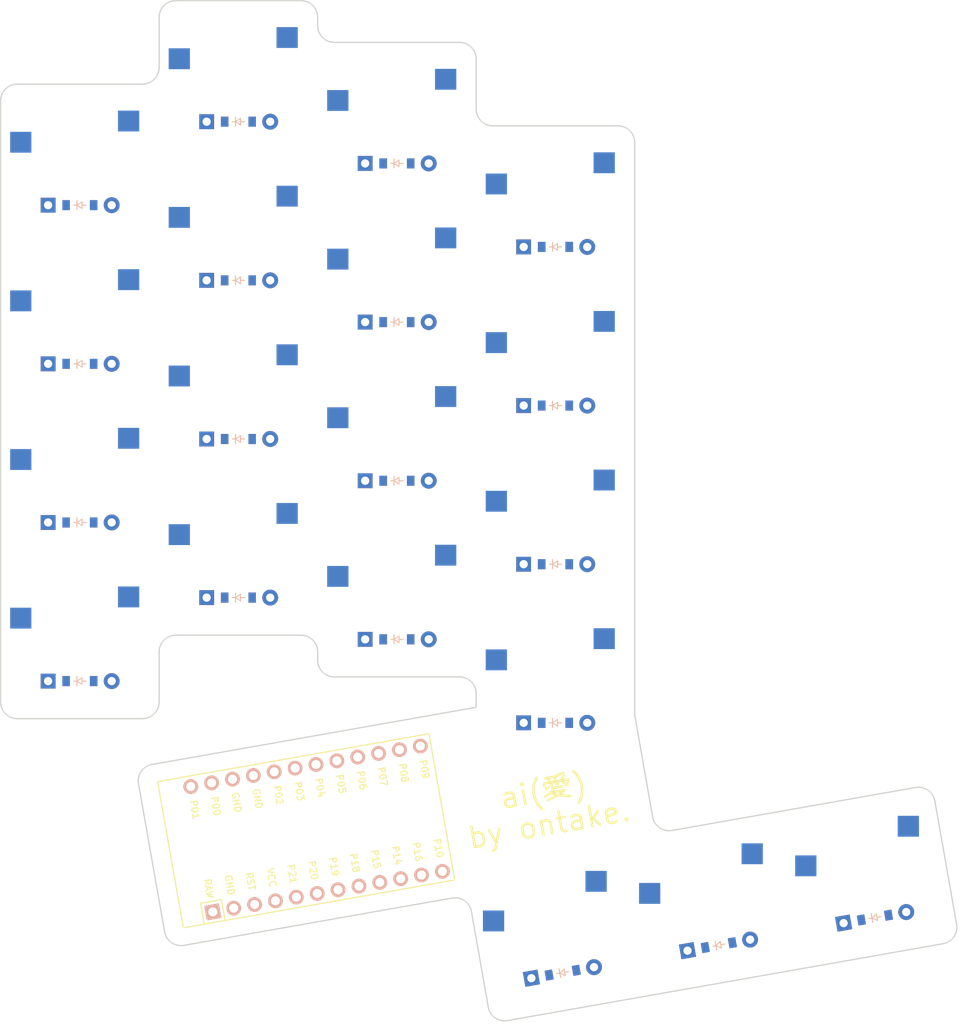
<source format=kicad_pcb>
(kicad_pcb (version 20211014) (generator pcbnew)
  (title_block (title "macropad") (rev "v1.0.0") (company "Unknown"))
  (layers (0 "F.Cu" signal) (31 "B.Cu" signal) (34 "B.Paste" user) (35 "F.Paste" user) (36 "B.SilkS" user "B.Silkscreen") (37 "F.SilkS" user "F.Silkscreen") (38 "B.Mask" user) (39 "F.Mask" user) (44 "Edge.Cuts" user))
  (net 0 "")
  (net 1 "c1_r1")
  (net 2 "P20")
  (net 3 "P6")
  (net 4 "c1_r2")
  (net 5 "P5")
  (net 6 "c1_r3")
  (net 7 "P4")
  (net 8 "c1_r4")
  (net 9 "P3")
  (net 10 "c2_r1")
  (net 11 "P19")
  (net 12 "c2_r2")
  (net 13 "c2_r3")
  (net 14 "c2_r4")
  (net 15 "c3_r1")
  (net 16 "P18")
  (net 17 "c3_r2")
  (net 18 "c3_r3")
  (net 19 "c3_r4")
  (net 20 "c4_r1")
  (net 21 "P15")
  (net 22 "c4_r2")
  (net 23 "c4_r3")
  (net 24 "c4_r4")
  (net 25 "c5_r5")
  (net 26 "P2")
  (net 27 "c6_r5")
  (net 28 "c7_r5")
  (net 29 "RAW")
  (net 30 "GND")
  (net 31 "RST")
  (net 32 "VCC")
  (net 33 "P21")
  (net 34 "P14")
  (net 35 "P16")
  (net 36 "P10")
  (net 37 "P1")
  (net 38 "P0")
  (net 39 "P7")
  (net 40 "P8")
  (net 41 "P9")
  (footprint "ProMicro" (layer "F.Cu") (at 99.50825 152.81 10)
    (fp_text reference "MCU1" hide)
    (fp_text value "" hide)
    (fp_text user "P14" (at 8.89 4.8 100) (layer "F.SilkS") (effects (font (size 0.8 0.8))))
    (fp_text user "P02" (at -3.81 -4.8 100) (layer "F.SilkS") (effects (font (size 0.8 0.8))))
    (fp_text user "P06" (at 6.35 -4.8 100) (layer "F.SilkS") (effects (font (size 0.8 0.8))))
    (fp_text user "GND" (at -8.89 -4.8 100) (layer "F.SilkS") (effects (font (size 0.8 0.8))))
    (fp_text user "P16" (at 11.43 4.8 100) (layer "F.SilkS") (effects (font (size 0.8 0.8))))
    (fp_text user "P00" (at -11.43 -4.8 100) (layer "F.SilkS") (effects (font (size 0.8 0.8))))
    (fp_text user "VCC" (at -6.35 4.8 100) (layer "F.SilkS") (effects (font (size 0.8 0.8))))
    (fp_text user "P08" (at 11.43 -4.8 100) (layer "F.SilkS") (effects (font (size 0.8 0.8))))
    (fp_text user "RST" (at -8.89 4.8 100) (layer "F.SilkS") (effects (font (size 0.8 0.8))))
    (fp_text user "RAW" (at -13.97 4.8 100) (layer "F.SilkS") (effects (font (size 0.8 0.8))))
    (fp_text user "P07" (at 8.89 -4.8 100) (layer "F.SilkS") (effects (font (size 0.8 0.8))))
    (fp_text user "P21" (at -3.81 4.8 100) (layer "F.SilkS") (effects (font (size 0.8 0.8))))
    (fp_text user "GND" (at -11.43 4.8 100) (layer "F.SilkS") (effects (font (size 0.8 0.8))))
    (fp_text user "P15" (at 6.35 4.8 100) (layer "F.SilkS") (effects (font (size 0.8 0.8))))
    (fp_text user "P20" (at -1.27 4.8 100) (layer "F.SilkS") (effects (font (size 0.8 0.8))))
    (fp_text user "P19" (at 1.27 4.8 100) (layer "F.SilkS") (effects (font (size 0.8 0.8))))
    (fp_text user "P03" (at -1.27 -4.8 100) (layer "F.SilkS") (effects (font (size 0.8 0.8))))
    (fp_text user "P04" (at 1.27 -4.8 100) (layer "F.SilkS") (effects (font (size 0.8 0.8))))
    (fp_text user "GND" (at -6.35 -4.8 100) (layer "F.SilkS") (effects (font (size 0.8 0.8))))
    (fp_text user "P09" (at 13.97 -4.8 100) (layer "F.SilkS") (effects (font (size 0.8 0.8))))
    (fp_text user "P10" (at 13.97 4.8 100) (layer "F.SilkS") (effects (font (size 0.8 0.8))))
    (fp_text user "P18" (at 3.81 4.8 100) (layer "F.SilkS") (effects (font (size 0.8 0.8))))
    (fp_text user "P05" (at 3.81 -4.8 100) (layer "F.SilkS") (effects (font (size 0.8 0.8))))
    (fp_text user "P01" (at -13.97 -4.8 100) (layer "F.SilkS") (effects (font (size 0.8 0.8))))
    (pad "1" thru_hole rect locked (at -13.97 7.62 10) (size 1.7526 1.7526) (drill 1.0922) (layers *.Cu *.SilkS *.Mask) (net 29 "RAW"))
    (pad "2" thru_hole circle locked (at -11.43 7.62) (size 1.7526 1.7526) (drill 1.0922) (layers *.Cu *.SilkS *.Mask) (net 30 "GND"))
    (pad "3" thru_hole circle locked (at -8.89 7.62) (size 1.7526 1.7526) (drill 1.0922) (layers *.Cu *.SilkS *.Mask) (net 31 "RST"))
    (pad "4" thru_hole circle locked (at -6.35 7.62) (size 1.7526 1.7526) (drill 1.0922) (layers *.Cu *.SilkS *.Mask) (net 32 "VCC"))
    (pad "5" thru_hole circle locked (at -3.81 7.62) (size 1.7526 1.7526) (drill 1.0922) (layers *.Cu *.SilkS *.Mask) (net 33 "P21"))
    (pad "6" thru_hole circle locked (at -1.27 7.62) (size 1.7526 1.7526) (drill 1.0922) (layers *.Cu *.SilkS *.Mask) (net 2 "P20"))
    (pad "7" thru_hole circle locked (at 1.27 7.62) (size 1.7526 1.7526) (drill 1.0922) (layers *.Cu *.SilkS *.Mask) (net 11 "P19"))
    (pad "8" thru_hole circle locked (at 3.81 7.62) (size 1.7526 1.7526) (drill 1.0922) (layers *.Cu *.SilkS *.Mask) (net 16 "P18"))
    (pad "9" thru_hole circle locked (at 6.35 7.62) (size 1.7526 1.7526) (drill 1.0922) (layers *.Cu *.SilkS *.Mask) (net 21 "P15"))
    (pad "10" thru_hole circle locked (at 8.89 7.62) (size 1.7526 1.7526) (drill 1.0922) (layers *.Cu *.SilkS *.Mask) (net 34 "P14"))
    (pad "11" thru_hole circle locked (at 11.43 7.62) (size 1.7526 1.7526) (drill 1.0922) (layers *.Cu *.SilkS *.Mask) (net 35 "P16"))
    (pad "12" thru_hole circle locked (at 13.97 7.62) (size 1.7526 1.7526) (drill 1.0922) (layers *.Cu *.SilkS *.Mask) (net 36 "P10"))
    (pad "13" thru_hole circle locked (at -13.97 -7.62) (size 1.7526 1.7526) (drill 1.0922) (layers *.Cu *.SilkS *.Mask) (net 37 "P1"))
    (pad "14" thru_hole circle locked (at -11.43 -7.62) (size 1.7526 1.7526) (drill 1.0922) (layers *.Cu *.SilkS *.Mask) (net 38 "P0"))
    (pad "15" thru_hole circle locked (at -8.89 -7.62) (size 1.7526 1.7526) (drill 1.0922) (layers *.Cu *.SilkS *.Mask) (net 30 "GND"))
    (pad "16" thru_hole circle locked (at -6.35 -7.62) (size 1.7526 1.7526) (drill 1.0922) (layers *.Cu *.SilkS *.Mask) (net 30 "GND"))
    (pad "17" thru_hole circle locked (at -3.81 -7.62) (size 1.7526 1.7526) (drill 1.0922) (layers *.Cu *.SilkS *.Mask) (net 26 "P2"))
    (pad "18" thru_hole circle locked (at -1.27 -7.62) (size 1.7526 1.7526) (drill 1.0922) (layers *.Cu *.SilkS *.Mask) (net 9 "P3"))
    (pad "19" thru_hole circle locked (at 1.27 -7.62) (size 1.7526 1.7526) (drill 1.0922) (layers *.Cu *.SilkS *.Mask) (net 7 "P4"))
    (pad "20" thru_hole circle locked (at 3.81 -7.62) (size 1.7526 1.7526) (drill 1.0922) (layers *.Cu *.SilkS *.Mask) (net 5 "P5"))
    (pad "21" thru_hole circle locked (at 6.35 -7.62) (size 1.7526 1.7526) (drill 1.0922) (layers *.Cu *.SilkS *.Mask) (net 3 "P6"))
    (pad "22" thru_hole circle locked (at 8.89 -7.62) (size 1.7526 1.7526) (drill 1.0922) (layers *.Cu *.SilkS *.Mask) (net 39 "P7"))
    (pad "23" thru_hole circle locked (at 11.43 -7.62) (size 1.7526 1.7526) (drill 1.0922) (layers *.Cu *.SilkS *.Mask) (net 40 "P8"))
    (pad "24" thru_hole circle locked (at 13.97 -7.62) (size 1.7526 1.7526) (drill 1.0922) (layers *.Cu *.SilkS *.Mask) (net 41 "P9"))
  )
  (footprint "MX" (layer "F.Cu") (at 90.13825 82.1)
    (fp_text reference "S7" hide)
    (fp_text value "" hide)
    (pad "" np_thru_hole circle locked (at 5.08 0) (size 1.7018 1.7018) (drill 1.7018) (layers *.Cu *.Mask))
    (pad "" np_thru_hole circle locked (at -5.08 0) (size 1.7018 1.7018) (drill 1.7018) (layers *.Cu *.Mask))
    (pad "" np_thru_hole circle locked (at -3.81 -2.54) (size 3 3) (drill 3) (layers *.Cu *.Mask))
    (pad "" np_thru_hole circle locked (at 2.54 -5.08) (size 3 3) (drill 3) (layers *.Cu *.Mask))
    (pad "" np_thru_hole circle locked (at 0 0) (size 3.9878 3.9878) (drill 3.9878) (layers *.Cu *.Mask))
    (pad "1" smd rect locked (at -7.085 -2.54 180) (size 2.55 2.5) (layers "B.Cu" "B.Paste" "B.Mask") (net 13 "c2_r3"))
    (pad "2" smd rect locked (at 5.842 -5.08 180) (size 2.55 2.5) (layers "B.Cu" "B.Paste" "B.Mask") (net 11 "P19"))
  )
  (footprint "ComboDiode" (layer "F.Cu") (at 71.13825 135.1)
    (fp_text reference "D1" hide)
    (fp_text value "" hide)
    (pad "1" thru_hole circle locked (at 3.81 0) (size 1.905 1.905) (drill 0.9906) (layers *.Cu *.Mask) (net 1 "c1_r1"))
    (pad "1" smd rect locked (at -1.65 0) (size 0.9 1.2) (layers "F.Cu" "F.Paste" "F.Mask") (net 3 "P6"))
    (pad "1" smd rect locked (at -1.65 0) (size 0.9 1.2) (layers "B.Cu" "B.Paste" "B.Mask") (net 3 "P6"))
    (pad "2" smd rect locked (at 1.65 0) (size 0.9 1.2) (layers "B.Cu" "B.Paste" "B.Mask") (net 1 "c1_r1"))
    (pad "2" thru_hole rect locked (at -3.81 0) (size 1.778 1.778) (drill 0.9906) (layers *.Cu *.Mask) (net 3 "P6"))
    (pad "2" smd rect locked (at 1.65 0) (size 0.9 1.2) (layers "F.Cu" "F.Paste" "F.Mask") (net 1 "c1_r1"))
  )
  (footprint "MX" (layer "F.Cu") (at 71.13825 73.1)
    (fp_text reference "S4" hide)
    (fp_text value "" hide)
    (pad "" np_thru_hole circle locked (at -3.81 -2.54) (size 3 3) (drill 3) (layers *.Cu *.Mask))
    (pad "" np_thru_hole circle locked (at 0 0) (size 3.9878 3.9878) (drill 3.9878) (layers *.Cu *.Mask))
    (pad "" np_thru_hole circle locked (at -5.08 0) (size 1.7018 1.7018) (drill 1.7018) (layers *.Cu *.Mask))
    (pad "" np_thru_hole circle locked (at 5.08 0) (size 1.7018 1.7018) (drill 1.7018) (layers *.Cu *.Mask))
    (pad "" np_thru_hole circle locked (at 2.54 -5.08) (size 3 3) (drill 3) (layers *.Cu *.Mask))
    (pad "1" smd rect locked (at -7.085 -2.54 180) (size 2.55 2.5) (layers "B.Cu" "B.Paste" "B.Mask") (net 8 "c1_r4"))
    (pad "2" smd rect locked (at 5.842 -5.08 180) (size 2.55 2.5) (layers "B.Cu" "B.Paste" "B.Mask") (net 2 "P20"))
  )
  (footprint "MX" (layer "F.Cu") (at 71.13825 92.1)
    (fp_text reference "S3" hide)
    (fp_text value "" hide)
    (pad "" np_thru_hole circle locked (at 0 0) (size 3.9878 3.9878) (drill 3.9878) (layers *.Cu *.Mask))
    (pad "" np_thru_hole circle locked (at -3.81 -2.54) (size 3 3) (drill 3) (layers *.Cu *.Mask))
    (pad "" np_thru_hole circle locked (at -5.08 0) (size 1.7018 1.7018) (drill 1.7018) (layers *.Cu *.Mask))
    (pad "" np_thru_hole circle locked (at 2.54 -5.08) (size 3 3) (drill 3) (layers *.Cu *.Mask))
    (pad "" np_thru_hole circle locked (at 5.08 0) (size 1.7018 1.7018) (drill 1.7018) (layers *.Cu *.Mask))
    (pad "1" smd rect locked (at -7.085 -2.54 180) (size 2.55 2.5) (layers "B.Cu" "B.Paste" "B.Mask") (net 6 "c1_r3"))
    (pad "2" smd rect locked (at 5.842 -5.08 180) (size 2.55 2.5) (layers "B.Cu" "B.Paste" "B.Mask") (net 2 "P20"))
  )
  (footprint "MX" (layer "F.Cu") (at 90.13825 63.1)
    (fp_text reference "S8" hide)
    (fp_text value "" hide)
    (pad "" np_thru_hole circle locked (at -3.81 -2.54) (size 3 3) (drill 3) (layers *.Cu *.Mask))
    (pad "" np_thru_hole circle locked (at -5.08 0) (size 1.7018 1.7018) (drill 1.7018) (layers *.Cu *.Mask))
    (pad "" np_thru_hole circle locked (at 5.08 0) (size 1.7018 1.7018) (drill 1.7018) (layers *.Cu *.Mask))
    (pad "" np_thru_hole circle locked (at 0 0) (size 3.9878 3.9878) (drill 3.9878) (layers *.Cu *.Mask))
    (pad "" np_thru_hole circle locked (at 2.54 -5.08) (size 3 3) (drill 3) (layers *.Cu *.Mask))
    (pad "1" smd rect locked (at -7.085 -2.54 180) (size 2.55 2.5) (layers "B.Cu" "B.Paste" "B.Mask") (net 14 "c2_r4"))
    (pad "2" smd rect locked (at 5.842 -5.08 180) (size 2.55 2.5) (layers "B.Cu" "B.Paste" "B.Mask") (net 11 "P19"))
  )
  (footprint "ComboDiode" (layer "F.Cu") (at 128.13825 83.1)
    (fp_text reference "D16" hide)
    (fp_text value "" hide)
    (pad "1" smd rect locked (at -1.65 0) (size 0.9 1.2) (layers "F.Cu" "F.Paste" "F.Mask") (net 9 "P3"))
    (pad "1" thru_hole circle locked (at 3.81 0) (size 1.905 1.905) (drill 0.9906) (layers *.Cu *.Mask) (net 24 "c4_r4"))
    (pad "1" smd rect locked (at -1.65 0) (size 0.9 1.2) (layers "B.Cu" "B.Paste" "B.Mask") (net 9 "P3"))
    (pad "2" thru_hole rect locked (at -3.81 0) (size 1.778 1.778) (drill 0.9906) (layers *.Cu *.Mask) (net 9 "P3"))
    (pad "2" smd rect locked (at 1.65 0) (size 0.9 1.2) (layers "F.Cu" "F.Paste" "F.Mask") (net 24 "c4_r4"))
    (pad "2" smd rect locked (at 1.65 0) (size 0.9 1.2) (layers "B.Cu" "B.Paste" "B.Mask") (net 24 "c4_r4"))
  )
  (footprint "ComboDiode" (layer "F.Cu") (at 109.13825 111.1)
    (fp_text reference "D10" hide)
    (fp_text value "" hide)
    (pad "1" thru_hole circle locked (at 3.81 0) (size 1.905 1.905) (drill 0.9906) (layers *.Cu *.Mask) (net 17 "c3_r2"))
    (pad "1" smd rect locked (at -1.65 0) (size 0.9 1.2) (layers "B.Cu" "B.Paste" "B.Mask") (net 5 "P5"))
    (pad "1" smd rect locked (at -1.65 0) (size 0.9 1.2) (layers "F.Cu" "F.Paste" "F.Mask") (net 5 "P5"))
    (pad "2" thru_hole rect locked (at -3.81 0) (size 1.778 1.778) (drill 0.9906) (layers *.Cu *.Mask) (net 5 "P5"))
    (pad "2" smd rect locked (at 1.65 0) (size 0.9 1.2) (layers "B.Cu" "B.Paste" "B.Mask") (net 17 "c3_r2"))
    (pad "2" smd rect locked (at 1.65 0) (size 0.9 1.2) (layers "F.Cu" "F.Paste" "F.Mask") (net 17 "c3_r2"))
  )
  (footprint "ComboDiode" (layer "F.Cu") (at 90.13825 106.1)
    (fp_text reference "D6" hide)
    (fp_text value "" hide)
    (pad "1" smd rect locked (at -1.65 0) (size 0.9 1.2) (layers "B.Cu" "B.Paste" "B.Mask") (net 5 "P5"))
    (pad "1" smd rect locked (at -1.65 0) (size 0.9 1.2) (layers "F.Cu" "F.Paste" "F.Mask") (net 5 "P5"))
    (pad "1" thru_hole circle locked (at 3.81 0) (size 1.905 1.905) (drill 0.9906) (layers *.Cu *.Mask) (net 12 "c2_r2"))
    (pad "2" smd rect locked (at 1.65 0) (size 0.9 1.2) (layers "B.Cu" "B.Paste" "B.Mask") (net 12 "c2_r2"))
    (pad "2" thru_hole rect locked (at -3.81 0) (size 1.778 1.778) (drill 0.9906) (layers *.Cu *.Mask) (net 5 "P5"))
    (pad "2" smd rect locked (at 1.65 0) (size 0.9 1.2) (layers "F.Cu" "F.Paste" "F.Mask") (net 12 "c2_r2"))
  )
  (footprint "MX" (layer "F.Cu") (at 128.13825 135.1)
    (fp_text reference "S13" hide)
    (fp_text value "" hide)
    (pad "" np_thru_hole circle locked (at 5.08 0) (size 1.7018 1.7018) (drill 1.7018) (layers *.Cu *.Mask))
    (pad "" np_thru_hole circle locked (at -3.81 -2.54) (size 3 3) (drill 3) (layers *.Cu *.Mask))
    (pad "" np_thru_hole circle locked (at 2.54 -5.08) (size 3 3) (drill 3) (layers *.Cu *.Mask))
    (pad "" np_thru_hole circle locked (at 0 0) (size 3.9878 3.9878) (drill 3.9878) (layers *.Cu *.Mask))
    (pad "" np_thru_hole circle locked (at -5.08 0) (size 1.7018 1.7018) (drill 1.7018) (layers *.Cu *.Mask))
    (pad "1" smd rect locked (at -7.085 -2.54 180) (size 2.55 2.5) (layers "B.Cu" "B.Paste" "B.Mask") (net 20 "c4_r1"))
    (pad "2" smd rect locked (at 5.842 -5.08 180) (size 2.55 2.5) (layers "B.Cu" "B.Paste" "B.Mask") (net 21 "P15"))
  )
  (footprint "ComboDiode" (layer "F.Cu") (at 90.13825 68.1)
    (fp_text reference "D8" hide)
    (fp_text value "" hide)
    (pad "1" smd rect locked (at -1.65 0) (size 0.9 1.2) (layers "B.Cu" "B.Paste" "B.Mask") (net 9 "P3"))
    (pad "1" smd rect locked (at -1.65 0) (size 0.9 1.2) (layers "F.Cu" "F.Paste" "F.Mask") (net 9 "P3"))
    (pad "1" thru_hole circle locked (at 3.81 0) (size 1.905 1.905) (drill 0.9906) (layers *.Cu *.Mask) (net 14 "c2_r4"))
    (pad "2" smd rect locked (at 1.65 0) (size 0.9 1.2) (layers "B.Cu" "B.Paste" "B.Mask") (net 14 "c2_r4"))
    (pad "2" thru_hole rect locked (at -3.81 0) (size 1.778 1.778) (drill 0.9906) (layers *.Cu *.Mask) (net 9 "P3"))
    (pad "2" smd rect locked (at 1.65 0) (size 0.9 1.2) (layers "F.Cu" "F.Paste" "F.Mask") (net 14 "c2_r4"))
  )
  (footprint "MX" (layer "F.Cu") (at 90.13825 120.1)
    (fp_text reference "S5" hide)
    (fp_text value "" hide)
    (pad "" np_thru_hole circle locked (at 2.54 -5.08) (size 3 3) (drill 3) (layers *.Cu *.Mask))
    (pad "" np_thru_hole circle locked (at -3.81 -2.54) (size 3 3) (drill 3) (layers *.Cu *.Mask))
    (pad "" np_thru_hole circle locked (at 0 0) (size 3.9878 3.9878) (drill 3.9878) (layers *.Cu *.Mask))
    (pad "" np_thru_hole circle locked (at -5.08 0) (size 1.7018 1.7018) (drill 1.7018) (layers *.Cu *.Mask))
    (pad "" np_thru_hole circle locked (at 5.08 0) (size 1.7018 1.7018) (drill 1.7018) (layers *.Cu *.Mask))
    (pad "1" smd rect locked (at -7.085 -2.54 180) (size 2.55 2.5) (layers "B.Cu" "B.Paste" "B.Mask") (net 10 "c2_r1"))
    (pad "2" smd rect locked (at 5.842 -5.08 180) (size 2.55 2.5) (layers "B.Cu" "B.Paste" "B.Mask") (net 11 "P19"))
  )
  (footprint "ComboDiode" (layer "F.Cu") (at 90.13825 87.1)
    (fp_text reference "D7" hide)
    (fp_text value "" hide)
    (pad "1" smd rect locked (at -1.65 0) (size 0.9 1.2) (layers "F.Cu" "F.Paste" "F.Mask") (net 7 "P4"))
    (pad "1" thru_hole circle locked (at 3.81 0) (size 1.905 1.905) (drill 0.9906) (layers *.Cu *.Mask) (net 13 "c2_r3"))
    (pad "1" smd rect locked (at -1.65 0) (size 0.9 1.2) (layers "B.Cu" "B.Paste" "B.Mask") (net 7 "P4"))
    (pad "2" smd rect locked (at 1.65 0) (size 0.9 1.2) (layers "F.Cu" "F.Paste" "F.Mask") (net 13 "c2_r3"))
    (pad "2" thru_hole rect locked (at -3.81 0) (size 1.778 1.778) (drill 0.9906) (layers *.Cu *.Mask) (net 7 "P4"))
    (pad "2" smd rect locked (at 1.65 0) (size 0.9 1.2) (layers "B.Cu" "B.Paste" "B.Mask") (net 13 "c2_r3"))
  )
  (footprint "ComboDiode" (layer "F.Cu") (at 166.429186 163.425408 10)
    (fp_text reference "D19" hide)
    (fp_text value "" hide)
    (pad "1" thru_hole circle locked (at 3.81 0 10) (size 1.905 1.905) (drill 0.9906) (layers *.Cu *.Mask) (net 28 "c7_r5"))
    (pad "1" smd rect locked (at -1.65 0 10) (size 0.9 1.2) (layers "F.Cu" "F.Paste" "F.Mask") (net 26 "P2"))
    (pad "1" smd rect locked (at -1.65 0 10) (size 0.9 1.2) (layers "B.Cu" "B.Paste" "B.Mask") (net 26 "P2"))
    (pad "2" smd rect locked (at 1.65 0 10) (size 0.9 1.2) (layers "B.Cu" "B.Paste" "B.Mask") (net 28 "c7_r5"))
    (pad "2" smd rect locked (at 1.65 0 10) (size 0.9 1.2) (layers "F.Cu" "F.Paste" "F.Mask") (net 28 "c7_r5"))
    (pad "2" thru_hole rect locked (at -3.81 0 10) (size 1.778 1.778) (drill 0.9906) (layers *.Cu *.Mask) (net 26 "P2"))
  )
  (footprint "MX" (layer "F.Cu") (at 71.13825 111.1)
    (fp_text reference "S2" hide)
    (fp_text value "" hide)
    (pad "" np_thru_hole circle locked (at 5.08 0) (size 1.7018 1.7018) (drill 1.7018) (layers *.Cu *.Mask))
    (pad "" np_thru_hole circle locked (at 2.54 -5.08) (size 3 3) (drill 3) (layers *.Cu *.Mask))
    (pad "" np_thru_hole circle locked (at -5.08 0) (size 1.7018 1.7018) (drill 1.7018) (layers *.Cu *.Mask))
    (pad "" np_thru_hole circle locked (at 0 0) (size 3.9878 3.9878) (drill 3.9878) (layers *.Cu *.Mask))
    (pad "" np_thru_hole circle locked (at -3.81 -2.54) (size 3 3) (drill 3) (layers *.Cu *.Mask))
    (pad "1" smd rect locked (at -7.085 -2.54 180) (size 2.55 2.5) (layers "B.Cu" "B.Paste" "B.Mask") (net 4 "c1_r2"))
    (pad "2" smd rect locked (at 5.842 -5.08 180) (size 2.55 2.5) (layers "B.Cu" "B.Paste" "B.Mask") (net 2 "P20"))
  )
  (footprint "ComboDiode" (layer "F.Cu") (at 128.13825 102.1)
    (fp_text reference "D15" hide)
    (fp_text value "" hide)
    (pad "1" smd rect locked (at -1.65 0) (size 0.9 1.2) (layers "F.Cu" "F.Paste" "F.Mask") (net 7 "P4"))
    (pad "1" thru_hole circle locked (at 3.81 0) (size 1.905 1.905) (drill 0.9906) (layers *.Cu *.Mask) (net 23 "c4_r3"))
    (pad "1" smd rect locked (at -1.65 0) (size 0.9 1.2) (layers "B.Cu" "B.Paste" "B.Mask") (net 7 "P4"))
    (pad "2" smd rect locked (at 1.65 0) (size 0.9 1.2) (layers "F.Cu" "F.Paste" "F.Mask") (net 23 "c4_r3"))
    (pad "2" thru_hole rect locked (at -3.81 0) (size 1.778 1.778) (drill 0.9906) (layers *.Cu *.Mask) (net 7 "P4"))
    (pad "2" smd rect locked (at 1.65 0) (size 0.9 1.2) (layers "B.Cu" "B.Paste" "B.Mask") (net 23 "c4_r3"))
  )
  (footprint "MX" (layer "F.Cu") (at 109.13825 125.1)
    (fp_text reference "S9" hide)
    (fp_text value "" hide)
    (pad "" np_thru_hole circle locked (at -5.08 0) (size 1.7018 1.7018) (drill 1.7018) (layers *.Cu *.Mask))
    (pad "" np_thru_hole circle locked (at -3.81 -2.54) (size 3 3) (drill 3) (layers *.Cu *.Mask))
    (pad "" np_thru_hole circle locked (at 5.08 0) (size 1.7018 1.7018) (drill 1.7018) (layers *.Cu *.Mask))
    (pad "" np_thru_hole circle locked (at 0 0) (size 3.9878 3.9878) (drill 3.9878) (layers *.Cu *.Mask))
    (pad "" np_thru_hole circle locked (at 2.54 -5.08) (size 3 3) (drill 3) (layers *.Cu *.Mask))
    (pad "1" smd rect locked (at -7.085 -2.54 180) (size 2.55 2.5) (layers "B.Cu" "B.Paste" "B.Mask") (net 15 "c3_r1"))
    (pad "2" smd rect locked (at 5.842 -5.08 180) (size 2.55 2.5) (layers "B.Cu" "B.Paste" "B.Mask") (net 16 "P18"))
  )
  (footprint "MX" (layer "F.Cu") (at 128.13825 165.1 10)
    (fp_text reference "S17" hide)
    (fp_text value "" hide)
    (pad "" np_thru_hole circle locked (at 2.54 -5.08) (size 3 3) (drill 3) (layers *.Cu *.Mask))
    (pad "" np_thru_hole circle locked (at -3.81 -2.54) (size 3 3) (drill 3) (layers *.Cu *.Mask))
    (pad "" np_thru_hole circle locked (at 0 0) (size 3.9878 3.9878) (drill 3.9878) (layers *.Cu *.Mask))
    (pad "" np_thru_hole circle locked (at 5.08 0) (size 1.7018 1.7018) (drill 1.7018) (layers *.Cu *.Mask))
    (pad "" np_thru_hole circle locked (at -5.08 0) (size 1.7018 1.7018) (drill 1.7018) (layers *.Cu *.Mask))
    (pad "1" smd rect locked (at -7.085 -2.54 180) (size 2.55 2.5) (layers "B.Cu" "B.Paste" "B.Mask") (net 25 "c5_r5"))
    (pad "2" smd rect locked (at 5.842 -5.08 180) (size 2.55 2.5) (layers "B.Cu" "B.Paste" "B.Mask") (net 11 "P19"))
  )
  (footprint "ComboDiode" (layer "F.Cu") (at 128.13825 121.1)
    (fp_text reference "D14" hide)
    (fp_text value "" hide)
    (pad "1" smd rect locked (at -1.65 0) (size 0.9 1.2) (layers "B.Cu" "B.Paste" "B.Mask") (net 5 "P5"))
    (pad "1" thru_hole circle locked (at 3.81 0) (size 1.905 1.905) (drill 0.9906) (layers *.Cu *.Mask) (net 22 "c4_r2"))
    (pad "1" smd rect locked (at -1.65 0) (size 0.9 1.2) (layers "F.Cu" "F.Paste" "F.Mask") (net 5 "P5"))
    (pad "2" smd rect locked (at 1.65 0) (size 0.9 1.2) (layers "F.Cu" "F.Paste" "F.Mask") (net 22 "c4_r2"))
    (pad "2" smd rect locked (at 1.65 0) (size 0.9 1.2) (layers "B.Cu" "B.Paste" "B.Mask") (net 22 "c4_r2"))
    (pad "2" thru_hole rect locked (at -3.81 0) (size 1.778 1.778) (drill 0.9906) (layers *.Cu *.Mask) (net 5 "P5"))
  )
  (footprint "MX" (layer "F.Cu") (at 128.13825 116.1)
    (fp_text reference "S14" hide)
    (fp_text value "" hide)
    (pad "" np_thru_hole circle locked (at -3.81 -2.54) (size 3 3) (drill 3) (layers *.Cu *.Mask))
    (pad "" np_thru_hole circle locked (at -5.08 0) (size 1.7018 1.7018) (drill 1.7018) (layers *.Cu *.Mask))
    (pad "" np_thru_hole circle locked (at 5.08 0) (size 1.7018 1.7018) (drill 1.7018) (layers *.Cu *.Mask))
    (pad "" np_thru_hole circle locked (at 2.54 -5.08) (size 3 3) (drill 3) (layers *.Cu *.Mask))
    (pad "" np_thru_hole circle locked (at 0 0) (size 3.9878 3.9878) (drill 3.9878) (layers *.Cu *.Mask))
    (pad "1" smd rect locked (at -7.085 -2.54 180) (size 2.55 2.5) (layers "B.Cu" "B.Paste" "B.Mask") (net 22 "c4_r2"))
    (pad "2" smd rect locked (at 5.842 -5.08 180) (size 2.55 2.5) (layers "B.Cu" "B.Paste" "B.Mask") (net 21 "P15"))
  )
  (footprint "ComboDiode" (layer "F.Cu") (at 71.13825 78.1)
    (fp_text reference "D4" hide)
    (fp_text value "" hide)
    (pad "1" smd rect locked (at -1.65 0) (size 0.9 1.2) (layers "B.Cu" "B.Paste" "B.Mask") (net 9 "P3"))
    (pad "1" thru_hole circle locked (at 3.81 0) (size 1.905 1.905) (drill 0.9906) (layers *.Cu *.Mask) (net 8 "c1_r4"))
    (pad "1" smd rect locked (at -1.65 0) (size 0.9 1.2) (layers "F.Cu" "F.Paste" "F.Mask") (net 9 "P3"))
    (pad "2" smd rect locked (at 1.65 0) (size 0.9 1.2) (layers "F.Cu" "F.Paste" "F.Mask") (net 8 "c1_r4"))
    (pad "2" smd rect locked (at 1.65 0) (size 0.9 1.2) (layers "B.Cu" "B.Paste" "B.Mask") (net 8 "c1_r4"))
    (pad "2" thru_hole rect locked (at -3.81 0) (size 1.778 1.778) (drill 0.9906) (layers *.Cu *.Mask) (net 9 "P3"))
  )
  (footprint "ComboDiode" (layer "F.Cu") (at 90.13825 125.1)
    (fp_text reference "D5" hide)
    (fp_text value "" hide)
    (pad "1" smd rect locked (at -1.65 0) (size 0.9 1.2) (layers "B.Cu" "B.Paste" "B.Mask") (net 3 "P6"))
    (pad "1" thru_hole circle locked (at 3.81 0) (size 1.905 1.905) (drill 0.9906) (layers *.Cu *.Mask) (net 10 "c2_r1"))
    (pad "1" smd rect locked (at -1.65 0) (size 0.9 1.2) (layers "F.Cu" "F.Paste" "F.Mask") (net 3 "P6"))
    (pad "2" thru_hole rect locked (at -3.81 0) (size 1.778 1.778) (drill 0.9906) (layers *.Cu *.Mask) (net 3 "P6"))
    (pad "2" smd rect locked (at 1.65 0) (size 0.9 1.2) (layers "B.Cu" "B.Paste" "B.Mask") (net 10 "c2_r1"))
    (pad "2" smd rect locked (at 1.65 0) (size 0.9 1.2) (layers "F.Cu" "F.Paste" "F.Mask") (net 10 "c2_r1"))
  )
  (footprint "ComboDiode" (layer "F.Cu") (at 109.13825 73.1)
    (fp_text reference "D12" hide)
    (fp_text value "" hide)
    (pad "1" smd rect locked (at -1.65 0) (size 0.9 1.2) (layers "F.Cu" "F.Paste" "F.Mask") (net 9 "P3"))
    (pad "1" smd rect locked (at -1.65 0) (size 0.9 1.2) (layers "B.Cu" "B.Paste" "B.Mask") (net 9 "P3"))
    (pad "1" thru_hole circle locked (at 3.81 0) (size 1.905 1.905) (drill 0.9906) (layers *.Cu *.Mask) (net 19 "c3_r4"))
    (pad "2" smd rect locked (at 1.65 0) (size 0.9 1.2) (layers "F.Cu" "F.Paste" "F.Mask") (net 19 "c3_r4"))
    (pad "2" smd rect locked (at 1.65 0) (size 0.9 1.2) (layers "B.Cu" "B.Paste" "B.Mask") (net 19 "c3_r4"))
    (pad "2" thru_hole rect locked (at -3.81 0) (size 1.778 1.778) (drill 0.9906) (layers *.Cu *.Mask) (net 9 "P3"))
  )
  (footprint "MX" (layer "F.Cu") (at 71.13825 130.1)
    (fp_text reference "S1" hide)
    (fp_text value "" hide)
    (pad "" np_thru_hole circle locked (at -5.08 0) (size 1.7018 1.7018) (drill 1.7018) (layers *.Cu *.Mask))
    (pad "" np_thru_hole circle locked (at 5.08 0) (size 1.7018 1.7018) (drill 1.7018) (layers *.Cu *.Mask))
    (pad "" np_thru_hole circle locked (at 0 0) (size 3.9878 3.9878) (drill 3.9878) (layers *.Cu *.Mask))
    (pad "" np_thru_hole circle locked (at -3.81 -2.54) (size 3 3) (drill 3) (layers *.Cu *.Mask))
    (pad "" np_thru_hole circle locked (at 2.54 -5.08) (size 3 3) (drill 3) (layers *.Cu *.Mask))
    (pad "1" smd rect locked (at -7.085 -2.54 180) (size 2.55 2.5) (layers "B.Cu" "B.Paste" "B.Mask") (net 1 "c1_r1"))
    (pad "2" smd rect locked (at 5.842 -5.08 180) (size 2.55 2.5) (layers "B.Cu" "B.Paste" "B.Mask") (net 2 "P20"))
  )
  (footprint "MX" (layer "F.Cu") (at 109.13825 68.1)
    (fp_text reference "S12" hide)
    (fp_text value "" hide)
    (pad "" np_thru_hole circle locked (at -5.08 0) (size 1.7018 1.7018) (drill 1.7018) (layers *.Cu *.Mask))
    (pad "" np_thru_hole circle locked (at 2.54 -5.08) (size 3 3) (drill 3) (layers *.Cu *.Mask))
    (pad "" np_thru_hole circle locked (at 5.08 0) (size 1.7018 1.7018) (drill 1.7018) (layers *.Cu *.Mask))
    (pad "" np_thru_hole circle locked (at -3.81 -2.54) (size 3 3) (drill 3) (layers *.Cu *.Mask))
    (pad "" np_thru_hole circle locked (at 0 0) (size 3.9878 3.9878) (drill 3.9878) (layers *.Cu *.Mask))
    (pad "1" smd rect locked (at -7.085 -2.54 180) (size 2.55 2.5) (layers "B.Cu" "B.Paste" "B.Mask") (net 19 "c3_r4"))
    (pad "2" smd rect locked (at 5.842 -5.08 180) (size 2.55 2.5) (layers "B.Cu" "B.Paste" "B.Mask") (net 16 "P18"))
  )
  (footprint "MX" (layer "F.Cu") (at 165.560945 158.501369 10)
    (fp_text reference "S19" hide)
    (fp_text value "" hide)
    (pad "" np_thru_hole circle locked (at -5.08 0) (size 1.7018 1.7018) (drill 1.7018) (layers *.Cu *.Mask))
    (pad "" np_thru_hole circle locked (at -3.81 -2.54) (size 3 3) (drill 3) (layers *.Cu *.Mask))
    (pad "" np_thru_hole circle locked (at 2.54 -5.08) (size 3 3) (drill 3) (layers *.Cu *.Mask))
    (pad "" np_thru_hole circle locked (at 0 0) (size 3.9878 3.9878) (drill 3.9878) (layers *.Cu *.Mask))
    (pad "" np_thru_hole circle locked (at 5.08 0) (size 1.7018 1.7018) (drill 1.7018) (layers *.Cu *.Mask))
    (pad "1" smd rect locked (at -7.085 -2.54 180) (size 2.55 2.5) (layers "B.Cu" "B.Paste" "B.Mask") (net 28 "c7_r5"))
    (pad "2" smd rect locked (at 5.842 -5.08 180) (size 2.55 2.5) (layers "B.Cu" "B.Paste" "B.Mask") (net 21 "P15"))
  )
  (footprint "ComboDiode" (layer "F.Cu") (at 129.006491 170.024039 10)
    (fp_text reference "D17" hide)
    (fp_text value "" hide)
    (pad "1" smd rect locked (at -1.65 0 10) (size 0.9 1.2) (layers "F.Cu" "F.Paste" "F.Mask") (net 26 "P2"))
    (pad "1" thru_hole circle locked (at 3.81 0 10) (size 1.905 1.905) (drill 0.9906) (layers *.Cu *.Mask) (net 25 "c5_r5"))
    (pad "1" smd rect locked (at -1.65 0 10) (size 0.9 1.2) (layers "B.Cu" "B.Paste" "B.Mask") (net 26 "P2"))
    (pad "2" smd rect locked (at 1.65 0 10) (size 0.9 1.2) (layers "B.Cu" "B.Paste" "B.Mask") (net 25 "c5_r5"))
    (pad "2" thru_hole rect locked (at -3.81 0 10) (size 1.778 1.778) (drill 0.9906) (layers *.Cu *.Mask) (net 26 "P2"))
    (pad "2" smd rect locked (at 1.65 0 10) (size 0.9 1.2) (layers "F.Cu" "F.Paste" "F.Mask") (net 25 "c5_r5"))
  )
  (footprint "MX" (layer "F.Cu") (at 90.13825 101.1)
    (fp_text reference "S6" hide)
    (fp_text value "" hide)
    (pad "" np_thru_hole circle locked (at -3.81 -2.54) (size 3 3) (drill 3) (layers *.Cu *.Mask))
    (pad "" np_thru_hole circle locked (at 2.54 -5.08) (size 3 3) (drill 3) (layers *.Cu *.Mask))
    (pad "" np_thru_hole circle locked (at 5.08 0) (size 1.7018 1.7018) (drill 1.7018) (layers *.Cu *.Mask))
    (pad "" np_thru_hole circle locked (at 0 0) (size 3.9878 3.9878) (drill 3.9878) (layers *.Cu *.Mask))
    (pad "" np_thru_hole circle locked (at -5.08 0) (size 1.7018 1.7018) (drill 1.7018) (layers *.Cu *.Mask))
    (pad "1" smd rect locked (at -7.085 -2.54 180) (size 2.55 2.5) (layers "B.Cu" "B.Paste" "B.Mask") (net 12 "c2_r2"))
    (pad "2" smd rect locked (at 5.842 -5.08 180) (size 2.55 2.5) (layers "B.Cu" "B.Paste" "B.Mask") (net 11 "P19"))
  )
  (footprint "ComboDiode" (layer "F.Cu") (at 71.13825 97.1)
    (fp_text reference "D3" hide)
    (fp_text value "" hide)
    (pad "1" thru_hole circle locked (at 3.81 0) (size 1.905 1.905) (drill 0.9906) (layers *.Cu *.Mask) (net 6 "c1_r3"))
    (pad "1" smd rect locked (at -1.65 0) (size 0.9 1.2) (layers "B.Cu" "B.Paste" "B.Mask") (net 7 "P4"))
    (pad "1" smd rect locked (at -1.65 0) (size 0.9 1.2) (layers "F.Cu" "F.Paste" "F.Mask") (net 7 "P4"))
    (pad "2" smd rect locked (at 1.65 0) (size 0.9 1.2) (layers "F.Cu" "F.Paste" "F.Mask") (net 6 "c1_r3"))
    (pad "2" smd rect locked (at 1.65 0) (size 0.9 1.2) (layers "B.Cu" "B.Paste" "B.Mask") (net 6 "c1_r3"))
    (pad "2" thru_hole rect locked (at -3.81 0) (size 1.778 1.778) (drill 0.9906) (layers *.Cu *.Mask) (net 7 "P4"))
  )
  (footprint "MX" (layer "F.Cu") (at 128.13825 97.1)
    (fp_text reference "S15" hide)
    (fp_text value "" hide)
    (pad "" np_thru_hole circle locked (at 2.54 -5.08) (size 3 3) (drill 3) (layers *.Cu *.Mask))
    (pad "" np_thru_hole circle locked (at -3.81 -2.54) (size 3 3) (drill 3) (layers *.Cu *.Mask))
    (pad "" np_thru_hole circle locked (at -5.08 0) (size 1.7018 1.7018) (drill 1.7018) (layers *.Cu *.Mask))
    (pad "" np_thru_hole circle locked (at 5.08 0) (size 1.7018 1.7018) (drill 1.7018) (layers *.Cu *.Mask))
    (pad "" np_thru_hole circle locked (at 0 0) (size 3.9878 3.9878) (drill 3.9878) (layers *.Cu *.Mask))
    (pad "1" smd rect locked (at -7.085 -2.54 180) (size 2.55 2.5) (layers "B.Cu" "B.Paste" "B.Mask") (net 23 "c4_r3"))
    (pad "2" smd rect locked (at 5.842 -5.08 180) (size 2.55 2.5) (layers "B.Cu" "B.Paste" "B.Mask") (net 21 "P15"))
  )
  (footprint "ComboDiode" (layer "F.Cu") (at 128.13825 140.1)
    (fp_text reference "D13" hide)
    (fp_text value "" hide)
    (pad "1" thru_hole circle locked (at 3.81 0) (size 1.905 1.905) (drill 0.9906) (layers *.Cu *.Mask) (net 20 "c4_r1"))
    (pad "1" smd rect locked (at -1.65 0) (size 0.9 1.2) (layers "F.Cu" "F.Paste" "F.Mask") (net 3 "P6"))
    (pad "1" smd rect locked (at -1.65 0) (size 0.9 1.2) (layers "B.Cu" "B.Paste" "B.Mask") (net 3 "P6"))
    (pad "2" smd rect locked (at 1.65 0) (size 0.9 1.2) (layers "B.Cu" "B.Paste" "B.Mask") (net 20 "c4_r1"))
    (pad "2" thru_hole rect locked (at -3.81 0) (size 1.778 1.778) (drill 0.9906) (layers *.Cu *.Mask) (net 3 "P6"))
    (pad "2" smd rect locked (at 1.65 0) (size 0.9 1.2) (layers "F.Cu" "F.Paste" "F.Mask") (net 20 "c4_r1"))
  )
  (footprint "MX" (layer "F.Cu") (at 128.13825 78.1)
    (fp_text reference "S16" hide)
    (fp_text value "" hide)
    (pad "" np_thru_hole circle locked (at -3.81 -2.54) (size 3 3) (drill 3) (layers *.Cu *.Mask))
    (pad "" np_thru_hole circle locked (at 5.08 0) (size 1.7018 1.7018) (drill 1.7018) (layers *.Cu *.Mask))
    (pad "" np_thru_hole circle locked (at 0 0) (size 3.9878 3.9878) (drill 3.9878) (layers *.Cu *.Mask))
    (pad "" np_thru_hole circle locked (at 2.54 -5.08) (size 3 3) (drill 3) (layers *.Cu *.Mask))
    (pad "" np_thru_hole circle locked (at -5.08 0) (size 1.7018 1.7018) (drill 1.7018) (layers *.Cu *.Mask))
    (pad "1" smd rect locked (at -7.085 -2.54 180) (size 2.55 2.5) (layers "B.Cu" "B.Paste" "B.Mask") (net 24 "c4_r4"))
    (pad "2" smd rect locked (at 5.842 -5.08 180) (size 2.55 2.5) (layers "B.Cu" "B.Paste" "B.Mask") (net 21 "P15"))
  )
  (footprint "ComboDiode" (layer "F.Cu") (at 109.13825 92.1)
    (fp_text reference "D11" hide)
    (fp_text value "" hide)
    (pad "1" thru_hole circle locked (at 3.81 0) (size 1.905 1.905) (drill 0.9906) (layers *.Cu *.Mask) (net 18 "c3_r3"))
    (pad "1" smd rect locked (at -1.65 0) (size 0.9 1.2) (layers "F.Cu" "F.Paste" "F.Mask") (net 7 "P4"))
    (pad "1" smd rect locked (at -1.65 0) (size 0.9 1.2) (layers "B.Cu" "B.Paste" "B.Mask") (net 7 "P4"))
    (pad "2" thru_hole rect locked (at -3.81 0) (size 1.778 1.778) (drill 0.9906) (layers *.Cu *.Mask) (net 7 "P4"))
    (pad "2" smd rect locked (at 1.65 0) (size 0.9 1.2) (layers "F.Cu" "F.Paste" "F.Mask") (net 18 "c3_r3"))
    (pad "2" smd rect locked (at 1.65 0) (size 0.9 1.2) (layers "B.Cu" "B.Paste" "B.Mask") (net 18 "c3_r3"))
  )
  (footprint "ComboDiode" (layer "F.Cu") (at 71.13825 116.1)
    (fp_text reference "D2" hide)
    (fp_text value "" hide)
    (pad "1" thru_hole circle locked (at 3.81 0) (size 1.905 1.905) (drill 0.9906) (layers *.Cu *.Mask) (net 4 "c1_r2"))
    (pad "1" smd rect locked (at -1.65 0) (size 0.9 1.2) (layers "F.Cu" "F.Paste" "F.Mask") (net 5 "P5"))
    (pad "1" smd rect locked (at -1.65 0) (size 0.9 1.2) (layers "B.Cu" "B.Paste" "B.Mask") (net 5 "P5"))
    (pad "2" smd rect locked (at 1.65 0) (size 0.9 1.2) (layers "F.Cu" "F.Paste" "F.Mask") (net 4 "c1_r2"))
    (pad "2" thru_hole rect locked (at -3.81 0) (size 1.778 1.778) (drill 0.9906) (layers *.Cu *.Mask) (net 5 "P5"))
    (pad "2" smd rect locked (at 1.65 0) (size 0.9 1.2) (layers "B.Cu" "B.Paste" "B.Mask") (net 4 "c1_r2"))
  )
  (footprint "MX" (layer "F.Cu") (at 146.849597 161.800685 10)
    (fp_text reference "S18" hide)
    (fp_text value "" hide)
    (pad "" np_thru_hole circle locked (at 5.08 0) (size 1.7018 1.7018) (drill 1.7018) (layers *.Cu *.Mask))
    (pad "" np_thru_hole circle locked (at 2.54 -5.08) (size 3 3) (drill 3) (layers *.Cu *.Mask))
    (pad "" np_thru_hole circle locked (at -5.08 0) (size 1.7018 1.7018) (drill 1.7018) (layers *.Cu *.Mask))
    (pad "" np_thru_hole circle locked (at -3.81 -2.54) (size 3 3) (drill 3) (layers *.Cu *.Mask))
    (pad "" np_thru_hole circle locked (at 0 0) (size 3.9878 3.9878) (drill 3.9878) (layers *.Cu *.Mask))
    (pad "1" smd rect locked (at -7.085 -2.54 180) (size 2.55 2.5) (layers "B.Cu" "B.Paste" "B.Mask") (net 27 "c6_r5"))
    (pad "2" smd rect locked (at 5.842 -5.08 180) (size 2.55 2.5) (layers "B.Cu" "B.Paste" "B.Mask") (net 16 "P18"))
  )
  (footprint "ComboDiode" (layer "F.Cu") (at 109.13825 130.1)
    (fp_text reference "D9" hide)
    (fp_text value "" hide)
    (pad "1" smd rect locked (at -1.65 0) (size 0.9 1.2) (layers "B.Cu" "B.Paste" "B.Mask") (net 3 "P6"))
    (pad "1" thru_hole circle locked (at 3.81 0) (size 1.905 1.905) (drill 0.9906) (layers *.Cu *.Mask) (net 15 "c3_r1"))
    (pad "1" smd rect locked (at -1.65 0) (size 0.9 1.2) (layers "F.Cu" "F.Paste" "F.Mask") (net 3 "P6"))
    (pad "2" smd rect locked (at 1.65 0) (size 0.9 1.2) (layers "F.Cu" "F.Paste" "F.Mask") (net 15 "c3_r1"))
    (pad "2" thru_hole rect locked (at -3.81 0) (size 1.778 1.778) (drill 0.9906) (layers *.Cu *.Mask) (net 3 "P6"))
    (pad "2" smd rect locked (at 1.65 0) (size 0.9 1.2) (layers "B.Cu" "B.Paste" "B.Mask") (net 15 "c3_r1"))
  )
  (footprint "MX" (layer "F.Cu") (at 109.13825 106.1)
    (fp_text reference "S10" hide)
    (fp_text value "" hide)
    (pad "" np_thru_hole circle locked (at -5.08 0) (size 1.7018 1.7018) (drill 1.7018) (layers *.Cu *.Mask))
    (pad "" np_thru_hole circle locked (at 5.08 0) (size 1.7018 1.7018) (drill 1.7018) (layers *.Cu *.Mask))
    (pad "" np_thru_hole circle locked (at 0 0) (size 3.9878 3.9878) (drill 3.9878) (layers *.Cu *.Mask))
    (pad "" np_thru_hole circle locked (at -3.81 -2.54) (size 3 3) (drill 3) (layers *.Cu *.Mask))
    (pad "" np_thru_hole circle locked (at 2.54 -5.08) (size 3 3) (drill 3) (layers *.Cu *.Mask))
    (pad "1" smd rect locked (at -7.085 -2.54 180) (size 2.55 2.5) (layers "B.Cu" "B.Paste" "B.Mask") (net 17 "c3_r2"))
    (pad "2" smd rect locked (at 5.842 -5.08 180) (size 2.55 2.5) (layers "B.Cu" "B.Paste" "B.Mask") (net 16 "P18"))
  )
  (footprint "ComboDiode" (layer "F.Cu") (at 147.717838 166.724723 10)
    (fp_text reference "D18" hide)
    (fp_text value "" hide)
    (pad "1" thru_hole circle locked (at 3.81 0 10) (size 1.905 1.905) (drill 0.9906) (layers *.Cu *.Mask) (net 27 "c6_r5"))
    (pad "1" smd rect locked (at -1.65 0 10) (size 0.9 1.2) (layers "B.Cu" "B.Paste" "B.Mask") (net 26 "P2"))
    (pad "1" smd rect locked (at -1.65 0 10) (size 0.9 1.2) (layers "F.Cu" "F.Paste" "F.Mask") (net 26 "P2"))
    (pad "2" thru_hole rect locked (at -3.81 0 10) (size 1.778 1.778) (drill 0.9906) (layers *.Cu *.Mask) (net 26 "P2"))
    (pad "2" smd rect locked (at 1.65 0 10) (size 0.9 1.2) (layers "F.Cu" "F.Paste" "F.Mask") (net 27 "c6_r5"))
    (pad "2" smd rect locked (at 1.65 0 10) (size 0.9 1.2) (layers "B.Cu" "B.Paste" "B.Mask") (net 27 "c6_r5"))
  )
  (footprint "MX" (layer "F.Cu") (at 109.13825 87.1)
    (fp_text reference "S11" hide)
    (fp_text value "" hide)
    (pad "" np_thru_hole circle locked (at 0 0) (size 3.9878 3.9878) (drill 3.9878) (layers *.Cu *.Mask))
    (pad "" np_thru_hole circle locked (at 5.08 0) (size 1.7018 1.7018) (drill 1.7018) (layers *.Cu *.Mask))
    (pad "" np_thru_hole circle locked (at -3.81 -2.54) (size 3 3) (drill 3) (layers *.Cu *.Mask))
    (pad "" np_thru_hole circle locked (at 2.54 -5.08) (size 3 3) (drill 3) (layers *.Cu *.Mask))
    (pad "" np_thru_hole circle locked (at -5.08 0) (size 1.7018 1.7018) (drill 1.7018) (layers *.Cu *.Mask))
    (pad "1" smd rect locked (at -7.085 -2.54 180) (size 2.55 2.5) (layers "B.Cu" "B.Paste" "B.Mask") (net 18 "c3_r3"))
    (pad "2" smd rect locked (at 5.842 -5.08 180) (size 2.55 2.5) (layers "B.Cu" "B.Paste" "B.Mask") (net 16 "P18"))
  )
  (gr_arc (start 142.106799 152.990415) (mid 140.61235 152.659103) (end 139.789888 151.368096) (layer "Edge.Cuts") (width 0.15))
  (gr_line (start 157.854929 169.506701) (end 174.59666 166.554682) (layer "Edge.Cuts") (width 0.15))
  (gr_line (start 139.789888 151.368096) (end 137.668634 139.337872) (layer "Edge.Cuts") (width 0.15))
  (gr_line (start 63.63825 139.6) (end 78.63825 139.6) (layer "Edge.Cuts") (width 0.15))
  (gr_arc (start 122.40185 175.758034) (mid 120.907401 175.426723) (end 120.084938 174.135716) (layer "Edge.Cuts") (width 0.15))
  (gr_line (start 118.63825 136.6) (end 118.63825 138.236516) (layer "Edge.Cuts") (width 0.15))
  (gr_arc (start 120.63825 68.6) (mid 119.224036 68.014214) (end 118.63825 66.6) (layer "Edge.Cuts") (width 0.15))
  (gr_arc (start 101.63825 58.6) (mid 100.224036 58.014214) (end 99.63825 56.6) (layer "Edge.Cuts") (width 0.15))
  (gr_arc (start 80.63825 131.6) (mid 81.224036 130.185786) (end 82.63825 129.6) (layer "Edge.Cuts") (width 0.15))
  (gr_arc (start 116.63825 58.6) (mid 118.052464 59.185786) (end 118.63825 60.6) (layer "Edge.Cuts") (width 0.15))
  (gr_arc (start 61.63825 65.6) (mid 62.224036 64.185786) (end 63.63825 63.6) (layer "Edge.Cuts") (width 0.15))
  (gr_arc (start 171.297344 147.843334) (mid 172.791794 148.174645) (end 173.614257 149.465653) (layer "Edge.Cuts") (width 0.15))
  (gr_line (start 139.143581 172.806016) (end 157.854929 169.506701) (layer "Edge.Cuts") (width 0.15))
  (gr_arc (start 137.668634 139.337871) (mid 137.64586 139.164886) (end 137.63825 138.990575) (layer "Edge.Cuts") (width 0.15))
  (gr_line (start 118.069746 162.706997) (end 120.084938 174.135716) (layer "Edge.Cuts") (width 0.15))
  (gr_line (start 122.40185 175.758035) (end 139.143581 172.806016) (layer "Edge.Cuts") (width 0.15))
  (gr_arc (start 63.63825 139.6) (mid 62.224036 139.014214) (end 61.63825 137.6) (layer "Edge.Cuts") (width 0.15))
  (gr_line (start 154.555613 150.795353) (end 142.106799 152.990415) (layer "Edge.Cuts") (width 0.15))
  (gr_arc (start 116.63825 134.6) (mid 118.052464 135.185786) (end 118.63825 136.6) (layer "Edge.Cuts") (width 0.15))
  (gr_line (start 171.297345 147.843334) (end 154.555613 150.795353) (layer "Edge.Cuts") (width 0.15))
  (gr_line (start 78.165286 147.403845) (end 81.290954 165.130385) (layer "Edge.Cuts") (width 0.15))
  (gr_arc (start 176.21898 164.23777) (mid 175.887668 165.732219) (end 174.59666 166.554682) (layer "Edge.Cuts") (width 0.15))
  (gr_line (start 83.607866 166.752704) (end 115.752834 161.084678) (layer "Edge.Cuts") (width 0.15))
  (gr_line (start 116.63825 58.6) (end 101.63825 58.6) (layer "Edge.Cuts") (width 0.15))
  (gr_line (start 80.63825 137.6) (end 80.63825 131.6) (layer "Edge.Cuts") (width 0.15))
  (gr_line (start 99.63825 56.6) (end 99.63825 55.6) (layer "Edge.Cuts") (width 0.15))
  (gr_line (start 78.63825 63.6) (end 63.63825 63.6) (layer "Edge.Cuts") (width 0.15))
  (gr_line (start 101.63825 134.6) (end 116.63825 134.6) (layer "Edge.Cuts") (width 0.15))
  (gr_line (start 99.63825 131.6) (end 99.63825 132.6) (layer "Edge.Cuts") (width 0.15))
  (gr_arc (start 80.63825 55.6) (mid 81.224036 54.185786) (end 82.63825 53.6) (layer "Edge.Cuts") (width 0.15))
  (gr_line (start 61.63825 137.6) (end 61.63825 65.6) (layer "Edge.Cuts") (width 0.15))
  (gr_arc (start 101.63825 134.6) (mid 100.224036 134.014214) (end 99.63825 132.6) (layer "Edge.Cuts") (width 0.15))
  (gr_arc (start 97.63825 53.6) (mid 99.052464 54.185786) (end 99.63825 55.6) (layer "Edge.Cuts") (width 0.15))
  (gr_arc (start 80.63825 137.6) (mid 80.052464 139.014214) (end 78.63825 139.6) (layer "Edge.Cuts") (width 0.15))
  (gr_arc (start 135.63825 68.6) (mid 137.052464 69.185786) (end 137.63825 70.6) (layer "Edge.Cuts") (width 0.15))
  (gr_line (start 118.63825 138.236516) (end 79.787606 145.086933) (layer "Edge.Cuts") (width 0.15))
  (gr_line (start 137.63825 138.990575) (end 137.63825 70.6) (layer "Edge.Cuts") (width 0.15))
  (gr_arc (start 80.63825 61.6) (mid 80.052464 63.014214) (end 78.63825 63.6) (layer "Edge.Cuts") (width 0.15))
  (gr_line (start 118.63825 66.6) (end 118.63825 60.6) (layer "Edge.Cuts") (width 0.15))
  (gr_line (start 97.63825 53.6) (end 82.63825 53.6) (layer "Edge.Cuts") (width 0.15))
  (gr_arc (start 97.63825 129.6) (mid 99.052464 130.185786) (end 99.63825 131.6) (layer "Edge.Cuts") (width 0.15))
  (gr_line (start 135.63825 68.6) (end 120.63825 68.6) (layer "Edge.Cuts") (width 0.15))
  (gr_line (start 176.21898 164.23777) (end 173.614257 149.465653) (layer "Edge.Cuts") (width 0.15))
  (gr_line (start 82.63825 129.6) (end 97.63825 129.6) (layer "Edge.Cuts") (width 0.15))
  (gr_line (start 80.63825 55.6) (end 80.63825 61.6) (layer "Edge.Cuts") (width 0.15))
  (gr_arc (start 78.165286 147.403845) (mid 78.496598 145.909396) (end 79.787606 145.086933) (layer "Edge.Cuts") (width 0.15))
  (gr_arc (start 115.752834 161.084679) (mid 117.247283 161.41599) (end 118.069746 162.706997) (layer "Edge.Cuts") (width 0.15))
  (gr_arc (start 83.607866 166.752703) (mid 82.113417 166.421392) (end 81.290954 165.130385) (layer "Edge.Cuts") (width 0.15))
  (gr_text "ai(愛)\nby ontake." (at 127.03825 150.27 10) (layer "F.SilkS") (effects (font (size 2.5 2.5) (thickness 0.3))))
)
</source>
